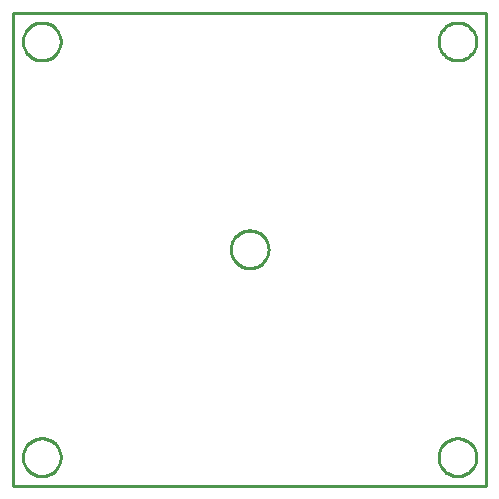
<source format=gbr>
G04 EAGLE Gerber RS-274X export*
G75*
%MOMM*%
%FSLAX34Y34*%
%LPD*%
%IN*%
%IPPOS*%
%AMOC8*
5,1,8,0,0,1.08239X$1,22.5*%
G01*
%ADD10C,0.254000*%


D10*
X0Y0D02*
X400000Y0D01*
X400000Y400000D01*
X0Y400000D01*
X0Y0D01*
X40000Y23476D02*
X39932Y22431D01*
X39795Y21392D01*
X39590Y20365D01*
X39319Y19353D01*
X38983Y18361D01*
X38582Y17393D01*
X38118Y16454D01*
X37595Y15546D01*
X37013Y14675D01*
X36375Y13844D01*
X35684Y13057D01*
X34943Y12316D01*
X34156Y11625D01*
X33325Y10988D01*
X32454Y10406D01*
X31546Y9882D01*
X30607Y9418D01*
X29639Y9017D01*
X28647Y8681D01*
X27635Y8410D01*
X26608Y8205D01*
X25569Y8069D01*
X24524Y8000D01*
X23476Y8000D01*
X22431Y8069D01*
X21392Y8205D01*
X20365Y8410D01*
X19353Y8681D01*
X18361Y9017D01*
X17393Y9418D01*
X16454Y9882D01*
X15546Y10406D01*
X14675Y10988D01*
X13844Y11625D01*
X13057Y12316D01*
X12316Y13057D01*
X11625Y13844D01*
X10988Y14675D01*
X10406Y15546D01*
X9882Y16454D01*
X9418Y17393D01*
X9017Y18361D01*
X8681Y19353D01*
X8410Y20365D01*
X8205Y21392D01*
X8069Y22431D01*
X8000Y23476D01*
X8000Y24524D01*
X8069Y25569D01*
X8205Y26608D01*
X8410Y27635D01*
X8681Y28647D01*
X9017Y29639D01*
X9418Y30607D01*
X9882Y31546D01*
X10406Y32454D01*
X10988Y33325D01*
X11625Y34156D01*
X12316Y34943D01*
X13057Y35684D01*
X13844Y36375D01*
X14675Y37013D01*
X15546Y37595D01*
X16454Y38118D01*
X17393Y38582D01*
X18361Y38983D01*
X19353Y39319D01*
X20365Y39590D01*
X21392Y39795D01*
X22431Y39932D01*
X23476Y40000D01*
X24524Y40000D01*
X25569Y39932D01*
X26608Y39795D01*
X27635Y39590D01*
X28647Y39319D01*
X29639Y38983D01*
X30607Y38582D01*
X31546Y38118D01*
X32454Y37595D01*
X33325Y37013D01*
X34156Y36375D01*
X34943Y35684D01*
X35684Y34943D01*
X36375Y34156D01*
X37013Y33325D01*
X37595Y32454D01*
X38118Y31546D01*
X38582Y30607D01*
X38983Y29639D01*
X39319Y28647D01*
X39590Y27635D01*
X39795Y26608D01*
X39932Y25569D01*
X40000Y24524D01*
X40000Y23476D01*
X216000Y199476D02*
X215932Y198431D01*
X215795Y197392D01*
X215590Y196365D01*
X215319Y195353D01*
X214983Y194361D01*
X214582Y193393D01*
X214118Y192454D01*
X213595Y191546D01*
X213013Y190675D01*
X212375Y189844D01*
X211684Y189057D01*
X210943Y188316D01*
X210156Y187625D01*
X209325Y186988D01*
X208454Y186406D01*
X207546Y185882D01*
X206607Y185418D01*
X205639Y185017D01*
X204647Y184681D01*
X203635Y184410D01*
X202608Y184205D01*
X201569Y184069D01*
X200524Y184000D01*
X199476Y184000D01*
X198431Y184069D01*
X197392Y184205D01*
X196365Y184410D01*
X195353Y184681D01*
X194361Y185017D01*
X193393Y185418D01*
X192454Y185882D01*
X191546Y186406D01*
X190675Y186988D01*
X189844Y187625D01*
X189057Y188316D01*
X188316Y189057D01*
X187625Y189844D01*
X186988Y190675D01*
X186406Y191546D01*
X185882Y192454D01*
X185418Y193393D01*
X185017Y194361D01*
X184681Y195353D01*
X184410Y196365D01*
X184205Y197392D01*
X184069Y198431D01*
X184000Y199476D01*
X184000Y200524D01*
X184069Y201569D01*
X184205Y202608D01*
X184410Y203635D01*
X184681Y204647D01*
X185017Y205639D01*
X185418Y206607D01*
X185882Y207546D01*
X186406Y208454D01*
X186988Y209325D01*
X187625Y210156D01*
X188316Y210943D01*
X189057Y211684D01*
X189844Y212375D01*
X190675Y213013D01*
X191546Y213595D01*
X192454Y214118D01*
X193393Y214582D01*
X194361Y214983D01*
X195353Y215319D01*
X196365Y215590D01*
X197392Y215795D01*
X198431Y215932D01*
X199476Y216000D01*
X200524Y216000D01*
X201569Y215932D01*
X202608Y215795D01*
X203635Y215590D01*
X204647Y215319D01*
X205639Y214983D01*
X206607Y214582D01*
X207546Y214118D01*
X208454Y213595D01*
X209325Y213013D01*
X210156Y212375D01*
X210943Y211684D01*
X211684Y210943D01*
X212375Y210156D01*
X213013Y209325D01*
X213595Y208454D01*
X214118Y207546D01*
X214582Y206607D01*
X214983Y205639D01*
X215319Y204647D01*
X215590Y203635D01*
X215795Y202608D01*
X215932Y201569D01*
X216000Y200524D01*
X216000Y199476D01*
X40000Y375476D02*
X39932Y374431D01*
X39795Y373392D01*
X39590Y372365D01*
X39319Y371353D01*
X38983Y370361D01*
X38582Y369393D01*
X38118Y368454D01*
X37595Y367546D01*
X37013Y366675D01*
X36375Y365844D01*
X35684Y365057D01*
X34943Y364316D01*
X34156Y363625D01*
X33325Y362988D01*
X32454Y362406D01*
X31546Y361882D01*
X30607Y361418D01*
X29639Y361017D01*
X28647Y360681D01*
X27635Y360410D01*
X26608Y360205D01*
X25569Y360069D01*
X24524Y360000D01*
X23476Y360000D01*
X22431Y360069D01*
X21392Y360205D01*
X20365Y360410D01*
X19353Y360681D01*
X18361Y361017D01*
X17393Y361418D01*
X16454Y361882D01*
X15546Y362406D01*
X14675Y362988D01*
X13844Y363625D01*
X13057Y364316D01*
X12316Y365057D01*
X11625Y365844D01*
X10988Y366675D01*
X10406Y367546D01*
X9882Y368454D01*
X9418Y369393D01*
X9017Y370361D01*
X8681Y371353D01*
X8410Y372365D01*
X8205Y373392D01*
X8069Y374431D01*
X8000Y375476D01*
X8000Y376524D01*
X8069Y377569D01*
X8205Y378608D01*
X8410Y379635D01*
X8681Y380647D01*
X9017Y381639D01*
X9418Y382607D01*
X9882Y383546D01*
X10406Y384454D01*
X10988Y385325D01*
X11625Y386156D01*
X12316Y386943D01*
X13057Y387684D01*
X13844Y388375D01*
X14675Y389013D01*
X15546Y389595D01*
X16454Y390118D01*
X17393Y390582D01*
X18361Y390983D01*
X19353Y391319D01*
X20365Y391590D01*
X21392Y391795D01*
X22431Y391932D01*
X23476Y392000D01*
X24524Y392000D01*
X25569Y391932D01*
X26608Y391795D01*
X27635Y391590D01*
X28647Y391319D01*
X29639Y390983D01*
X30607Y390582D01*
X31546Y390118D01*
X32454Y389595D01*
X33325Y389013D01*
X34156Y388375D01*
X34943Y387684D01*
X35684Y386943D01*
X36375Y386156D01*
X37013Y385325D01*
X37595Y384454D01*
X38118Y383546D01*
X38582Y382607D01*
X38983Y381639D01*
X39319Y380647D01*
X39590Y379635D01*
X39795Y378608D01*
X39932Y377569D01*
X40000Y376524D01*
X40000Y375476D01*
X392000Y375476D02*
X391932Y374431D01*
X391795Y373392D01*
X391590Y372365D01*
X391319Y371353D01*
X390983Y370361D01*
X390582Y369393D01*
X390118Y368454D01*
X389595Y367546D01*
X389013Y366675D01*
X388375Y365844D01*
X387684Y365057D01*
X386943Y364316D01*
X386156Y363625D01*
X385325Y362988D01*
X384454Y362406D01*
X383546Y361882D01*
X382607Y361418D01*
X381639Y361017D01*
X380647Y360681D01*
X379635Y360410D01*
X378608Y360205D01*
X377569Y360069D01*
X376524Y360000D01*
X375476Y360000D01*
X374431Y360069D01*
X373392Y360205D01*
X372365Y360410D01*
X371353Y360681D01*
X370361Y361017D01*
X369393Y361418D01*
X368454Y361882D01*
X367546Y362406D01*
X366675Y362988D01*
X365844Y363625D01*
X365057Y364316D01*
X364316Y365057D01*
X363625Y365844D01*
X362988Y366675D01*
X362406Y367546D01*
X361882Y368454D01*
X361418Y369393D01*
X361017Y370361D01*
X360681Y371353D01*
X360410Y372365D01*
X360205Y373392D01*
X360069Y374431D01*
X360000Y375476D01*
X360000Y376524D01*
X360069Y377569D01*
X360205Y378608D01*
X360410Y379635D01*
X360681Y380647D01*
X361017Y381639D01*
X361418Y382607D01*
X361882Y383546D01*
X362406Y384454D01*
X362988Y385325D01*
X363625Y386156D01*
X364316Y386943D01*
X365057Y387684D01*
X365844Y388375D01*
X366675Y389013D01*
X367546Y389595D01*
X368454Y390118D01*
X369393Y390582D01*
X370361Y390983D01*
X371353Y391319D01*
X372365Y391590D01*
X373392Y391795D01*
X374431Y391932D01*
X375476Y392000D01*
X376524Y392000D01*
X377569Y391932D01*
X378608Y391795D01*
X379635Y391590D01*
X380647Y391319D01*
X381639Y390983D01*
X382607Y390582D01*
X383546Y390118D01*
X384454Y389595D01*
X385325Y389013D01*
X386156Y388375D01*
X386943Y387684D01*
X387684Y386943D01*
X388375Y386156D01*
X389013Y385325D01*
X389595Y384454D01*
X390118Y383546D01*
X390582Y382607D01*
X390983Y381639D01*
X391319Y380647D01*
X391590Y379635D01*
X391795Y378608D01*
X391932Y377569D01*
X392000Y376524D01*
X392000Y375476D01*
X392000Y23476D02*
X391932Y22431D01*
X391795Y21392D01*
X391590Y20365D01*
X391319Y19353D01*
X390983Y18361D01*
X390582Y17393D01*
X390118Y16454D01*
X389595Y15546D01*
X389013Y14675D01*
X388375Y13844D01*
X387684Y13057D01*
X386943Y12316D01*
X386156Y11625D01*
X385325Y10988D01*
X384454Y10406D01*
X383546Y9882D01*
X382607Y9418D01*
X381639Y9017D01*
X380647Y8681D01*
X379635Y8410D01*
X378608Y8205D01*
X377569Y8069D01*
X376524Y8000D01*
X375476Y8000D01*
X374431Y8069D01*
X373392Y8205D01*
X372365Y8410D01*
X371353Y8681D01*
X370361Y9017D01*
X369393Y9418D01*
X368454Y9882D01*
X367546Y10406D01*
X366675Y10988D01*
X365844Y11625D01*
X365057Y12316D01*
X364316Y13057D01*
X363625Y13844D01*
X362988Y14675D01*
X362406Y15546D01*
X361882Y16454D01*
X361418Y17393D01*
X361017Y18361D01*
X360681Y19353D01*
X360410Y20365D01*
X360205Y21392D01*
X360069Y22431D01*
X360000Y23476D01*
X360000Y24524D01*
X360069Y25569D01*
X360205Y26608D01*
X360410Y27635D01*
X360681Y28647D01*
X361017Y29639D01*
X361418Y30607D01*
X361882Y31546D01*
X362406Y32454D01*
X362988Y33325D01*
X363625Y34156D01*
X364316Y34943D01*
X365057Y35684D01*
X365844Y36375D01*
X366675Y37013D01*
X367546Y37595D01*
X368454Y38118D01*
X369393Y38582D01*
X370361Y38983D01*
X371353Y39319D01*
X372365Y39590D01*
X373392Y39795D01*
X374431Y39932D01*
X375476Y40000D01*
X376524Y40000D01*
X377569Y39932D01*
X378608Y39795D01*
X379635Y39590D01*
X380647Y39319D01*
X381639Y38983D01*
X382607Y38582D01*
X383546Y38118D01*
X384454Y37595D01*
X385325Y37013D01*
X386156Y36375D01*
X386943Y35684D01*
X387684Y34943D01*
X388375Y34156D01*
X389013Y33325D01*
X389595Y32454D01*
X390118Y31546D01*
X390582Y30607D01*
X390983Y29639D01*
X391319Y28647D01*
X391590Y27635D01*
X391795Y26608D01*
X391932Y25569D01*
X392000Y24524D01*
X392000Y23476D01*
M02*

</source>
